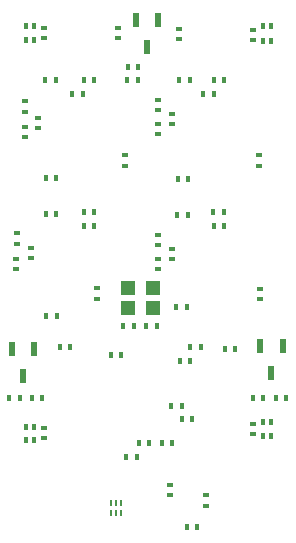
<source format=gbp>
%FSTAX23Y23*%
%MOIN*%
%SFA1B1*%

%IPPOS*%
%ADD20R,0.019680X0.047240*%
%ADD51R,0.019680X0.015750*%
%ADD52R,0.015750X0.019680*%
%ADD53R,0.011810X0.023620*%
%ADD54R,0.051180X0.047240*%
%ADD55R,0.008820X0.023030*%
%LNusb2can-1*%
%LPD*%
G54D20*
X00626Y01725D03*
X00551D03*
X00588Y01635D03*
X00213Y0063D03*
X00138D03*
X00176Y0054D03*
X01041Y0064D03*
X00966D03*
X01003Y0055D03*
G54D51*
X00966Y0083D03*
Y00795D03*
X00961Y01275D03*
Y0124D03*
X00246Y00332D03*
Y00365D03*
X00181Y01419D03*
Y01455D03*
Y01336D03*
Y0137D03*
X00226Y01367D03*
Y014D03*
X00246Y01665D03*
Y01698D03*
X00491Y01665D03*
Y017D03*
X00696Y01697D03*
X00696Y01662D03*
X00941Y01692D03*
Y01659D03*
X00626Y01425D03*
X00626Y0146D03*
X00671Y0138D03*
Y01413D03*
X00626Y01346D03*
Y0138D03*
X00516Y01275D03*
Y0124D03*
X00151Y00895D03*
Y00929D03*
X00156Y0098D03*
Y01015D03*
X00201Y00931D03*
Y00965D03*
X00626Y00974D03*
Y0101D03*
Y00896D03*
Y0093D03*
X00671D03*
Y00963D03*
X00421Y00832D03*
Y00797D03*
X00941Y00378D03*
Y00345D03*
X00666Y00142D03*
Y00177D03*
X00786Y00142D03*
Y00107D03*
G54D52*
X0013Y00465D03*
X00166D03*
X00206D03*
X00239D03*
X00378Y01525D03*
X00411D03*
X00376Y0148D03*
X0034D03*
X00286Y01525D03*
X0025D03*
X00731D03*
X00696D03*
X00812D03*
X00846D03*
X00811Y0148D03*
X00775D03*
X00523Y01525D03*
X00558D03*
Y0157D03*
X00525D03*
X00286Y012D03*
X00251D03*
X00377Y0104D03*
X00411D03*
X00378Y01085D03*
X00413D03*
X00286Y0108D03*
X00251D03*
X00726Y01195D03*
X00691D03*
X00812Y0104D03*
X00846D03*
X0081Y01085D03*
X00846D03*
X00726Y01075D03*
X0069D03*
X00288Y0074D03*
X00253D03*
X00333Y00635D03*
X00298D03*
X00586Y00705D03*
X00621D03*
X00546D03*
X0051D03*
X00467Y0061D03*
X00501D03*
X00721Y0077D03*
X00685D03*
X00733Y00635D03*
X00768D03*
X00697Y0059D03*
X00731D03*
X00883Y0063D03*
X00848D03*
X01053Y00465D03*
X01018D03*
X00976D03*
X00942D03*
X00706Y0044D03*
X0067D03*
X00739Y00395D03*
X00706D03*
X00671Y00315D03*
X00637D03*
X00594D03*
X00561D03*
X0052Y0027D03*
X00556D03*
X00721Y00035D03*
X00754D03*
G54D53*
X00185Y0037D03*
X00211D03*
X00185Y00325D03*
X00211D03*
X00185Y01705D03*
X00211D03*
X00185Y0166D03*
X00211D03*
X01001Y01705D03*
X00975D03*
X01001Y01655D03*
X00976D03*
X01001Y0034D03*
X00976D03*
X01001Y00385D03*
X00976D03*
G54D54*
X00524Y00766D03*
X00607D03*
Y00833D03*
X00524D03*
G54D55*
X0047Y00115D03*
X00486D03*
X00501D03*
Y00082D03*
X00486D03*
X0047D03*
M02*
</source>
